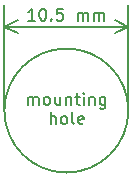
<source format=gbr>
G04 (created by PCBNEW (2013-02-09 BZR 3938)-testing) date Mon 11 Feb 2013 05:07:41 PM CET*
%MOIN*%
G04 Gerber Fmt 3.4, Leading zero omitted, Abs format*
%FSLAX34Y34*%
G01*
G70*
G90*
G04 APERTURE LIST*
%ADD10C,2.3622e-06*%
%ADD11C,0.008*%
G04 APERTURE END LIST*
G54D10*
G54D11*
X54952Y-42204D02*
X54723Y-42204D01*
X54838Y-42204D02*
X54838Y-41804D01*
X54800Y-41862D01*
X54761Y-41900D01*
X54723Y-41919D01*
X55200Y-41804D02*
X55238Y-41804D01*
X55276Y-41823D01*
X55295Y-41843D01*
X55314Y-41881D01*
X55333Y-41957D01*
X55333Y-42052D01*
X55314Y-42128D01*
X55295Y-42166D01*
X55276Y-42185D01*
X55238Y-42204D01*
X55200Y-42204D01*
X55161Y-42185D01*
X55142Y-42166D01*
X55123Y-42128D01*
X55104Y-42052D01*
X55104Y-41957D01*
X55123Y-41881D01*
X55142Y-41843D01*
X55161Y-41823D01*
X55200Y-41804D01*
X55504Y-42166D02*
X55523Y-42185D01*
X55504Y-42204D01*
X55485Y-42185D01*
X55504Y-42166D01*
X55504Y-42204D01*
X55885Y-41804D02*
X55695Y-41804D01*
X55676Y-41995D01*
X55695Y-41976D01*
X55733Y-41957D01*
X55828Y-41957D01*
X55866Y-41976D01*
X55885Y-41995D01*
X55904Y-42033D01*
X55904Y-42128D01*
X55885Y-42166D01*
X55866Y-42185D01*
X55828Y-42204D01*
X55733Y-42204D01*
X55695Y-42185D01*
X55676Y-42166D01*
X56380Y-42204D02*
X56380Y-41938D01*
X56380Y-41976D02*
X56400Y-41957D01*
X56438Y-41938D01*
X56495Y-41938D01*
X56533Y-41957D01*
X56552Y-41995D01*
X56552Y-42204D01*
X56552Y-41995D02*
X56571Y-41957D01*
X56609Y-41938D01*
X56666Y-41938D01*
X56704Y-41957D01*
X56723Y-41995D01*
X56723Y-42204D01*
X56914Y-42204D02*
X56914Y-41938D01*
X56914Y-41976D02*
X56933Y-41957D01*
X56971Y-41938D01*
X57028Y-41938D01*
X57066Y-41957D01*
X57085Y-41995D01*
X57085Y-42204D01*
X57085Y-41995D02*
X57104Y-41957D01*
X57142Y-41938D01*
X57200Y-41938D01*
X57238Y-41957D01*
X57257Y-41995D01*
X57257Y-42204D01*
X53933Y-42403D02*
X58067Y-42403D01*
X53933Y-45201D02*
X53933Y-41683D01*
X58067Y-45201D02*
X58067Y-41683D01*
X58067Y-42403D02*
X57624Y-42633D01*
X58067Y-42403D02*
X57624Y-42173D01*
X53933Y-42403D02*
X54376Y-42633D01*
X53933Y-42403D02*
X54376Y-42173D01*
X58067Y-45201D02*
G75*
G03X58067Y-45201I-2067J0D01*
G74*
G01*
X54730Y-45011D02*
X54730Y-44745D01*
X54730Y-44783D02*
X54749Y-44764D01*
X54787Y-44745D01*
X54844Y-44745D01*
X54882Y-44764D01*
X54901Y-44802D01*
X54901Y-45011D01*
X54901Y-44802D02*
X54920Y-44764D01*
X54958Y-44745D01*
X55016Y-44745D01*
X55054Y-44764D01*
X55073Y-44802D01*
X55073Y-45011D01*
X55320Y-45011D02*
X55282Y-44992D01*
X55263Y-44973D01*
X55244Y-44935D01*
X55244Y-44821D01*
X55263Y-44783D01*
X55282Y-44764D01*
X55320Y-44745D01*
X55377Y-44745D01*
X55416Y-44764D01*
X55435Y-44783D01*
X55454Y-44821D01*
X55454Y-44935D01*
X55435Y-44973D01*
X55416Y-44992D01*
X55377Y-45011D01*
X55320Y-45011D01*
X55796Y-44745D02*
X55796Y-45011D01*
X55625Y-44745D02*
X55625Y-44954D01*
X55644Y-44992D01*
X55682Y-45011D01*
X55739Y-45011D01*
X55777Y-44992D01*
X55796Y-44973D01*
X55987Y-44745D02*
X55987Y-45011D01*
X55987Y-44783D02*
X56006Y-44764D01*
X56044Y-44745D01*
X56101Y-44745D01*
X56139Y-44764D01*
X56158Y-44802D01*
X56158Y-45011D01*
X56292Y-44745D02*
X56444Y-44745D01*
X56349Y-44611D02*
X56349Y-44954D01*
X56368Y-44992D01*
X56406Y-45011D01*
X56444Y-45011D01*
X56577Y-45011D02*
X56577Y-44745D01*
X56577Y-44611D02*
X56558Y-44630D01*
X56577Y-44650D01*
X56596Y-44630D01*
X56577Y-44611D01*
X56577Y-44650D01*
X56768Y-44745D02*
X56768Y-45011D01*
X56768Y-44783D02*
X56787Y-44764D01*
X56825Y-44745D01*
X56882Y-44745D01*
X56920Y-44764D01*
X56939Y-44802D01*
X56939Y-45011D01*
X57301Y-44745D02*
X57301Y-45069D01*
X57282Y-45107D01*
X57263Y-45126D01*
X57225Y-45145D01*
X57168Y-45145D01*
X57130Y-45126D01*
X57301Y-44992D02*
X57263Y-45011D01*
X57187Y-45011D01*
X57149Y-44992D01*
X57130Y-44973D01*
X57111Y-44935D01*
X57111Y-44821D01*
X57130Y-44783D01*
X57149Y-44764D01*
X57187Y-44745D01*
X57263Y-44745D01*
X57301Y-44764D01*
X55473Y-45651D02*
X55473Y-45251D01*
X55644Y-45651D02*
X55644Y-45442D01*
X55625Y-45404D01*
X55587Y-45385D01*
X55530Y-45385D01*
X55492Y-45404D01*
X55473Y-45423D01*
X55892Y-45651D02*
X55854Y-45632D01*
X55835Y-45613D01*
X55816Y-45575D01*
X55816Y-45461D01*
X55835Y-45423D01*
X55854Y-45404D01*
X55892Y-45385D01*
X55949Y-45385D01*
X55987Y-45404D01*
X56006Y-45423D01*
X56025Y-45461D01*
X56025Y-45575D01*
X56006Y-45613D01*
X55987Y-45632D01*
X55949Y-45651D01*
X55892Y-45651D01*
X56254Y-45651D02*
X56216Y-45632D01*
X56196Y-45594D01*
X56196Y-45251D01*
X56558Y-45632D02*
X56520Y-45651D01*
X56444Y-45651D01*
X56406Y-45632D01*
X56387Y-45594D01*
X56387Y-45442D01*
X56406Y-45404D01*
X56444Y-45385D01*
X56520Y-45385D01*
X56558Y-45404D01*
X56577Y-45442D01*
X56577Y-45480D01*
X56387Y-45518D01*
M02*

</source>
